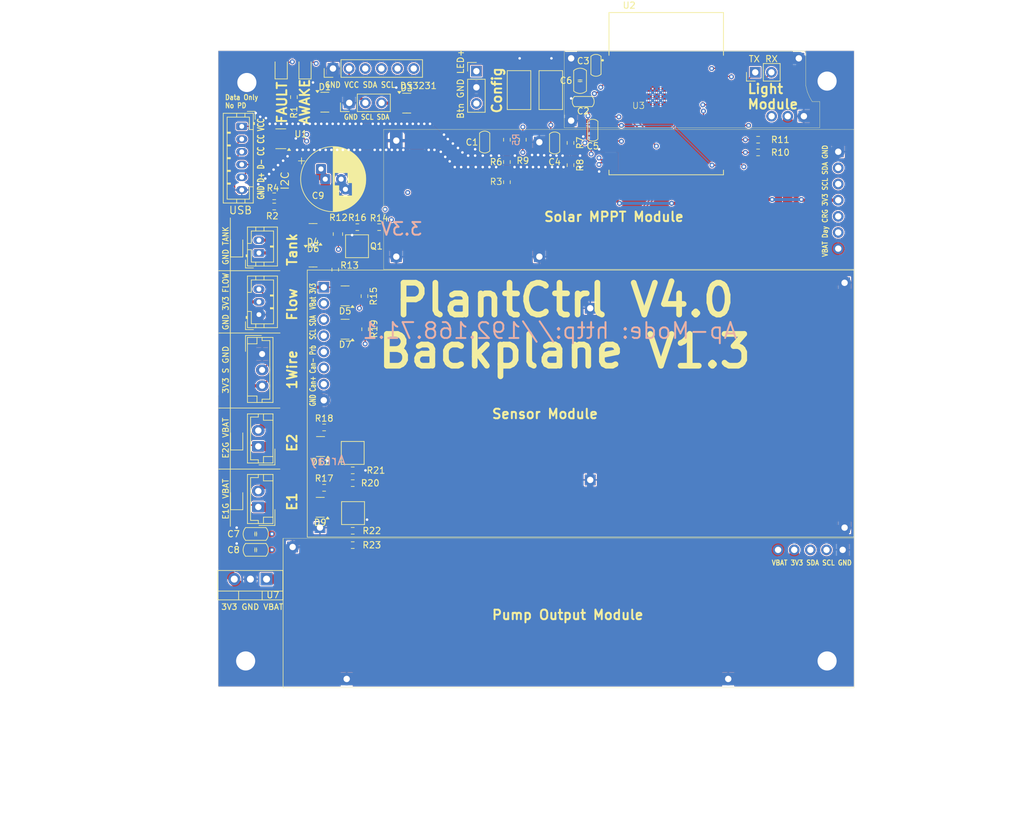
<source format=kicad_pcb>
(kicad_pcb
	(version 20241229)
	(generator "pcbnew")
	(generator_version "9.0")
	(general
		(thickness 1.6)
		(legacy_teardrops no)
	)
	(paper "A4")
	(layers
		(0 "F.Cu" signal)
		(4 "In1.Cu" signal)
		(6 "In2.Cu" signal)
		(2 "B.Cu" signal)
		(9 "F.Adhes" user "F.Adhesive")
		(11 "B.Adhes" user "B.Adhesive")
		(13 "F.Paste" user)
		(15 "B.Paste" user)
		(5 "F.SilkS" user "F.Silkscreen")
		(7 "B.SilkS" user "B.Silkscreen")
		(1 "F.Mask" user)
		(3 "B.Mask" user)
		(17 "Dwgs.User" user "User.Drawings")
		(19 "Cmts.User" user "User.Comments")
		(21 "Eco1.User" user "User.Eco1")
		(23 "Eco2.User" user "User.Eco2")
		(25 "Edge.Cuts" user)
		(27 "Margin" user)
		(31 "F.CrtYd" user "F.Courtyard")
		(29 "B.CrtYd" user "B.Courtyard")
		(35 "F.Fab" user)
		(33 "B.Fab" user)
	)
	(setup
		(stackup
			(layer "F.SilkS"
				(type "Top Silk Screen")
			)
			(layer "F.Paste"
				(type "Top Solder Paste")
			)
			(layer "F.Mask"
				(type "Top Solder Mask")
				(thickness 0.01)
			)
			(layer "F.Cu"
				(type "copper")
				(thickness 0.035)
			)
			(layer "dielectric 1"
				(type "prepreg")
				(thickness 0.1)
				(material "FR4")
				(epsilon_r 4.5)
				(loss_tangent 0.02)
			)
			(layer "In1.Cu"
				(type "copper")
				(thickness 0.035)
			)
			(layer "dielectric 2"
				(type "core")
				(thickness 1.24)
				(material "FR4")
				(epsilon_r 4.5)
				(loss_tangent 0.02)
			)
			(layer "In2.Cu"
				(type "copper")
				(thickness 0.035)
			)
			(layer "dielectric 3"
				(type "prepreg")
				(thickness 0.1)
				(material "FR4")
				(epsilon_r 4.5)
				(loss_tangent 0.02)
			)
			(layer "B.Cu"
				(type "copper")
				(thickness 0.035)
			)
			(layer "B.Mask"
				(type "Bottom Solder Mask")
				(thickness 0.01)
			)
			(layer "B.Paste"
				(type "Bottom Solder Paste")
			)
			(layer "B.SilkS"
				(type "Bottom Silk Screen")
			)
			(copper_finish "HAL lead-free")
			(dielectric_constraints no)
		)
		(pad_to_mask_clearance 0.05)
		(allow_soldermask_bridges_in_footprints no)
		(tenting front back)
		(aux_axis_origin 68.58 26.67)
		(grid_origin 68.58 26.67)
		(pcbplotparams
			(layerselection 0x00000000_00000000_5555555f_ffffffff)
			(plot_on_all_layers_selection 0x00000000_00000000_00000000_00000000)
			(disableapertmacros no)
			(usegerberextensions no)
			(usegerberattributes no)
			(usegerberadvancedattributes no)
			(creategerberjobfile no)
			(dashed_line_dash_ratio 12.000000)
			(dashed_line_gap_ratio 3.000000)
			(svgprecision 4)
			(plotframeref no)
			(mode 1)
			(useauxorigin no)
			(hpglpennumber 1)
			(hpglpenspeed 20)
			(hpglpendiameter 15.000000)
			(pdf_front_fp_property_popups yes)
			(pdf_back_fp_property_popups yes)
			(pdf_metadata yes)
			(pdf_single_document no)
			(dxfpolygonmode yes)
			(dxfimperialunits yes)
			(dxfusepcbnewfont yes)
			(psnegative no)
			(psa4output no)
			(plot_black_and_white yes)
			(sketchpadsonfab no)
			(plotpadnumbers no)
			(hidednponfab no)
			(sketchdnponfab yes)
			(crossoutdnponfab yes)
			(subtractmaskfromsilk no)
			(outputformat 1)
			(mirror no)
			(drillshape 0)
			(scaleselection 1)
			(outputdirectory "gerber/")
		)
	)
	(net 0 "")
	(net 1 "EN")
	(net 2 "VBAT")
	(net 3 "3_3V")
	(net 4 "Temp")
	(net 5 "CAN-")
	(net 6 "TANK_SENSOR")
	(net 7 "Charge")
	(net 8 "Net-(Q1-G)")
	(net 9 "ESP_RX")
	(net 10 "ESP_TX")
	(net 11 "Net-(Boot1-Pad2)")
	(net 12 "SDA")
	(net 13 "SCL")
	(net 14 "Net-(CD1-A)")
	(net 15 "Net-(D2-K)")
	(net 16 "CD_Probe")
	(net 17 "IsDay")
	(net 18 "LED_ENABLE")
	(net 19 "WORKING")
	(net 20 "ENABLE_TANK")
	(net 21 "USB_D-")
	(net 22 "FLOW")
	(net 23 "USB_D+")
	(net 24 "BOOT_SEL")
	(net 25 "WARN_LED")
	(net 26 "SQW")
	(net 27 "32K")
	(net 28 "USB_BUS")
	(net 29 "Net-(R3-Pad1)")
	(net 30 "unconnected-(U1-I{slash}O2-Pad4)")
	(net 31 "unconnected-(U1-I{slash}O1-Pad6)")
	(net 32 "Net-(J4-Pin_1)")
	(net 33 "Net-(D8-K)")
	(net 34 "Net-(D8-A)")
	(net 35 "Net-(D10-K)")
	(net 36 "Net-(D10-A)")
	(net 37 "Net-(J2-Pin_3)")
	(net 38 "Net-(Q2-G)")
	(net 39 "Net-(J2-Pin_2)")
	(net 40 "unconnected-(U2-IO8-Pad10)")
	(net 41 "CAN+")
	(net 42 "unconnected-(U2-NC-Pad22)")
	(net 43 "Net-(Q3-G)")
	(net 44 "EXTRA_1")
	(net 45 "EXTRA_2")
	(net 46 "Net-(CD2-K)")
	(net 47 "CONFIG2")
	(net 48 "GND")
	(footprint "Package_TO_SOT_SMD:SOT-23" (layer "F.Cu") (at 185.7675 101.92 180))
	(footprint "MPPT:MPPT" (layer "F.Cu") (at 232.68 48.3075))
	(footprint "Button_Switch_SMD:SW_SPST_CK_RS282G05A3" (layer "F.Cu") (at 221.98 45.87 -90))
	(footprint "PumpOut:PumpModule" (layer "F.Cu") (at 219.88 111.47))
	(footprint "Connector_JST:JST_EH_B2B-EH-A_1x02_P2.50mm_Vertical" (layer "F.Cu") (at 175.98 111.42 90))
	(footprint "PCM_Capacitor_SMD_Handsoldering_AKL:C_0805_2012Metric_Pad1.18x1.45mm" (layer "F.Cu") (at 175.58 115.67 180))
	(footprint "PCM_Capacitor_SMD_Handsoldering_AKL:C_0603_1608Metric_Pad1.08x0.95mm" (layer "F.Cu") (at 229.08 41.97 -90))
	(footprint "Resistor_SMD:R_0603_1608Metric" (layer "F.Cu") (at 254.58 53.67 180))
	(footprint "PCM_Capacitor_SMD_Handsoldering_AKL:C_0603_1608Metric_Pad1.08x0.95mm" (layer "F.Cu") (at 227.08 47.67))
	(footprint "Button_Switch_SMD:SW_SPST_CK_RS282G05A3" (layer "F.Cu") (at 216.98 45.87 -90))
	(footprint "Resistor_SMD:R_0603_1608Metric" (layer "F.Cu") (at 225.08 54.17 90))
	(footprint "Connector_JST:JST_PH_B3B-PH-K_1x03_P2.00mm_Vertical" (layer "F.Cu") (at 176.08 81.17 90))
	(footprint "Connector_JST:JST_EH_B3B-EH-A_1x03_P2.50mm_Vertical" (layer "F.Cu") (at 176.58 87.37 -90))
	(footprint "Resistor_SMD:R_0603_1608Metric" (layer "F.Cu") (at 191.555 67.42 180))
	(footprint "Resistor_SMD:R_0603_1608Metric" (layer "F.Cu") (at 190.83 115.17))
	(footprint "Package_TO_SOT_SMD:SOT-23" (layer "F.Cu") (at 189.63 78.22 180))
	(footprint "LED_SMD:LED_0805_2012Metric" (layer "F.Cu") (at 179.58 42.42 90))
	(footprint "Package_TO_SOT_SMD:SOT-23" (layer "F.Cu") (at 184.5925 68.42 180))
	(footprint "Resistor_SMD:R_0603_1608Metric" (layer "F.Cu") (at 217.58 53.67 -90))
	(footprint "Connector_PinHeader_2.54mm:PinHeader_1x06_P2.54mm_Vertical" (layer "F.Cu") (at 187.72 42.47 90))
	(footprint "LED_SMD:LED_0805_2012Metric" (layer "F.Cu") (at 172.58 110.17 90))
	(footprint "Resistor_SMD:R_0603_1608Metric" (layer "F.Cu") (at 178.48 64.17))
	(footprint "Package_TO_SOT_SMD:SOT-23-6" (layer "F.Cu") (at 179.5175 53.52 180))
	(footprint "Package_TO_SOT_SMD:SOT-23" (layer "F.Cu") (at 189.63 83.47 180))
	(footprint "PCM_Capacitor_SMD_Handsoldering_AKL:C_0805_2012Metric_Pad1.18x1.45mm" (layer "F.Cu") (at 175.58 118.17 180))
	(footprint "Resistor_SMD:R_0603_1608Metric" (layer "F.Cu") (at 215.08 60.345 -90))
	(footprint "Resistor_SMD:R_0603_1608Metric" (layer "F.Cu") (at 194.98 67.42))
	(footprint "PCM_Capacitor_SMD_Handsoldering_AKL:C_0603_1608Metric_Pad1.08x0.95mm" (layer "F.Cu") (at 211.58 54.0325 90))
	(footprint "Package_TO_SOT_SMD:SOT-23" (layer "F.Cu") (at 199.3175 47.92))
	(footprint "Capacitor_THT:CP_Radial_D10.0mm_P2.50mm_P5.00mm"
		(layer "F.Cu")
		(uuid "5788df9f-c91a-4f2f-8dbd-50d2ee8e1389")
		(at 186.509063 59.87)
		(descr "CP, Radial series, Radial, pin pitch=2.50mm 5.00mm, diameter=10mm, height=12mm, Electrolytic Capacitor")
		(tags "CP Radial series Radial pin pitch 2.50mm 5.00mm diameter 10mm height 12mm Electrolytic Capacitor")
		(property "Reference" "C9"
			(at -1.129063 2.6 0)
			(layer "F.SilkS")
			(uuid "d80d09d5-31e8-424b-86b6-1d42df47e3dd")
			(effects
				(font
					(size 1 1)
					(thickness 0.15)
				)
			)
		)
		(property "Value" "1000uF"
			(at 1.25 6.25 0)
			(layer "F.Fab")
			(uuid "70a175ba-ec71-450b-9a5a-91d206b8d5a6")
			(effects
				(font
					(size 1 1)
					(thickness 0.15)
				)
			)
		)
		(property "Datasheet" "~"
			(at 0 0 0)
			(layer "F.Fab")
			(hide yes)
			(uuid "abdac494-626e-4c59-bcd1-6423def8dddf")
			(effects
				(font
					(size 1.27 1.27)
					(thickness 0.15)
				)
			)
		)
		(property "Description" "Polarized capacitor"
			(at 0 0 0)
			(layer "F.Fab")
			(hide yes)
			(uuid "2403c29e-250c-4bf0-ac75-9a7df71bf331")
			(effects
				(font
					(size 1.27 1.27)
					(thickness 0.15)
				)
			)
		)
		(property ki_fp_filters "CP_*")
		(path "/51332e26-7a0c-48f2-9dc3-7987b9affed0")
		(sheetname "/")
		(sheetfile "PlantCtrlESP32.kicad_sch")
		(attr through_hole)
		(fp_line
			(start -4.229646 -2.875)
			(end -3.229646 -2.875)
			(stroke
				(width 0.12)
				(type solid)
			)
			(layer "F.SilkS")
			(uuid "89904ee2-4d83-4e54-a3c8-c26ee98bf1f9")
		)
		(fp_line
			(start -3.729646 -3.375)
			(end -3.729646 -2.375)
			(stroke
				(width 0.12)
				(type solid)
			)
			(layer "F.SilkS")
			(uuid "1b569b13-eee5-4a34-b784-7e05ed56ccd4")
		)
		(fp_line
			(start 1.25 -5.08)
			(end 1.25 5.08)
			(stroke
				(width 0.12)
				(type solid)
			)
			(layer "F.SilkS")
			(uuid "05314426-9e91-40ef-aa21-896d65621bd7")
		)
		(fp_line
			(start 1.29 -5.08)
			(end 1.29 5.08)
			(stroke
				(width 0.12)
				(type solid)
			)
			(layer "F.SilkS")
			(uuid "0490155d-3a81-4e7a-a412-017cb9c7094d")
		)
		(fp_line
			(start 1.33 -5.079)
			(end 1.33 5.079)
			(stroke
				(width 0.12)
				(type solid)
			)
			(layer "F.SilkS")
			(uuid "f3367b71-175b-4675-b5c8-0006ad21e2ce")
		)
		(fp_line
			(start 1.37 -5.079)
			(end 1.37 5.079)
			(stroke
				(width 0.12)
				(type solid)
			)
			(layer "F.SilkS")
			(uuid "15388988-bb8c-4a7d-9a27-5e345d075b23")
		)
		(fp_line
			(start 1.41 -5.077)
			(end 1.41 5.077)
			(stroke
				(width 0.12)
				(type solid)
			)
			(layer "F.SilkS")
			(uuid "25fdd878-44c9-413c-8a14-d6bac1aa6c20")
		)
		(fp_line
			(start 1.45 -5.076)
			(end 1.45 5.076)
			(stroke
				(width 0.12)
				(type solid)
			)
			(layer "F.SilkS")
			(uuid "552b9aeb-ca3d-4c06-b359-5e628beadabc")
		)
		(fp_line
			(start 1.49 -5.074)
			(end 1.49 -1.04)
			(stroke
				(width 0.12)
				(type solid)
			)
			(layer "F.SilkS")
			(uuid "deb56c4a-1ecd-4019-a002-594f08ebd1d9")
		)
		(fp_line
			(start 1.49 1.04)
			(end 1.49 5.074)
			(stroke
				(width 0.12)
				(type solid)
			)
			(layer "F.SilkS")
			(uuid "ab811579-af15-4cd2-9f25-60a2d0a317ff")
		)
		(fp_line
			(start 1.53 -5.072)
			(end 1.53 -1.04)
			(stroke
				(width 0.12)
				(type solid)
			)
			(layer "F.SilkS")
			(uuid "0f8d9563-d363-4328-a036-d2312e3181c6")
		)
		(fp_line
			(start 1.53 1.04)
			(end 1.53 5.072)
			(stroke
				(width 0.12)
				(type solid)
			)
			(layer "F.SilkS")
			(uuid "f2f689c2-9cc7-46b9-8083-4eaa322fc907")
		)
		(fp_line
			(start 1.57 -5.07)
			(end 1.57 -1.04)
			(stroke
				(width 0.12)
				(type solid)
			)
			(layer "F.SilkS")
			(uuid "71dccc16-d431-47ad-820c-5a62cf3d0c41")
		)
		(fp_line
			(start 1.57 1.04)
			(end 1.57 5.07)
			(stroke
				(width 0.12)
				(type solid)
			)
			(layer "F.SilkS")
			(uuid "b03a05ae-260b-4033-8632-d5549ee4dbe7")
		)
		(fp_line
			(start 1.61 -5.067)
			(end 1.61 -1.04)
			(stroke
				(width 0.12)
				(type solid)
			)
			(layer "F.SilkS")
			(uuid "ef879969-314c-4c7e-9574-0fad767d4d31")
		)
		(fp_line
			(start 1.61 1.04)
			(end 1.61 5.067)
			(stroke
				(width 0.12)
				(type solid)
			)
			(layer "F.SilkS")
			(uuid "9280b2ee-f2f6-4b45-bc8c-6f08c8ba3528")
		)
		(fp_line
			(start 1.65 -5.064)
			(end 1.65 -1.04)
			(stroke
				(width 0.12)
				(type solid)
			)
			(layer "F.SilkS")
			(uuid "76acfc1c-8fe5-4392-975c-70b4f4164a63")
		)
		(fp_line
			(start 1.65 1.04)
			(end 1.65 5.064)
			(stroke
				(width 0.12)
				(type solid)
			)
			(layer "F.SilkS")
			(uuid "589d9ac1-1773-493c-9ae1-7bc72cf91001")
		)
		(fp_line
			(start 1.69 -5.061)
			(end 1.69 -1.04)
			(stroke
				(width 0.12)
				(type solid)
			)
			(layer "F.SilkS")
			(uuid "6f43440a-25f2-46f7-a6ce-6a19ee97afd2")
		)
		(fp_line
			(start 1.69 1.04)
			(end 1.69 5.061)
			(stroke
				(width 0.12)
				(type solid)
			)
			(layer "F.SilkS")
			(uuid "4c22828d-6172-47bc-a2c6-1a63105667ed")
		)
		(fp_line
			(start 1.73 -5.057)
			(end 1.73 -1.04)
			(stroke
				(width 0.12)
				(type solid)
			)
			(layer "F.SilkS")
			(uuid "73b97273-51d2-46e0-bd6b-f9d6fa3bf7a4")
		)
		(fp_line
			(start 1.73 1.04)
			(end 1.73 5.057)
			(stroke
				(width 0.12)
				(type solid)
			)
			(layer "F.SilkS")
			(uuid "517bddd7-e407-4ed8-95c1-67242233ffec")
		)
		(fp_line
			(start 1.77 -5.054)
			(end 1.77 -1.04)
			(stroke
				(width 0.12)
				(type solid)
			)
			(layer "F.SilkS")
			(uuid "2c714d55-eea2-4fb2-9d1e-60fb8f24a6c4")
		)
		(fp_line
			(start 1.77 1.04)
			(end 1.77 5.054)
			(stroke
				(width 0.12)
				(type solid)
			)
			(layer "F.SilkS")
			(uuid "c6272eab-de29-4e84-bd4a-b33ba44be5da")
		)
		(fp_line
			(start 1.81 -5.049)
			(end 1.81 -1.04)
			(stroke
				(width 0.12)
				(type solid)
			)
			(layer "F.SilkS")
			(uuid "27e08f13-7a08-4866-a2a4-4d244276df34")
		)
		(fp_line
			(start 1.81 1.04)
			(end 1.81 5.049)
			(stroke
				(width 0.12)
				(type solid)
			)
			(layer "F.SilkS")
			(uuid "3dd14f20-0cbe-456a-a52b-f4d759537a98")
		)
		(fp_line
			(start 1.85 -5.045)
			(end 1.85 -1.04)
			(stroke
				(width 0.12)
				(type solid)
			)
			(layer "F.SilkS")
			(uuid "4554e845-7861-4d44-9b4e-65f744eb9ed4")
		)
		(fp_line
			(start 1.85 1.04)
			(end 1.85 5.045)
			(stroke
				(width 0.12)
				(type solid)
			)
			(layer "F.SilkS")
			(uuid "a9838921-2a07-4d39-9523-373f9895fe02")
		)
		(fp_line
			(start 1.89 -5.04)
			(end 1.89 -1.04)
			(stroke
				(width 0.12)
				(type solid)
			)
			(layer "F.SilkS")
			(uuid "9dd7c8f8-a793-4526-afe2-f7a750e4c50f")
		)
		(fp_line
			(start 1.89 1.04)
			(end 1.89 5.04)
			(stroke
				(width 0.12)
				(type solid)
			)
			(layer "F.SilkS")
			(uuid "2c511a83-25fd-4f6c-95f9-6e26f059e857")
		)
		(fp_line
			(start 1.93 -5.035)
			(end 1.93 -1.04)
			(stroke
				(width 0.12)
				(type solid)
			)
			(layer "F.SilkS")
			(uuid "2252ebe1-2f4d-4ea6-812e-0371f7e16ba8")
		)
		(fp_line
			(start 1.93 1.04)
			(end 1.93 5.035)
			(stroke
				(width 0.12)
				(type solid)
			)
			(layer "F.SilkS")
			(uuid "80c2c4e6-20d7-4ab9-8120-61e5c409e7c8")
		)
		(fp_line
			(start 1.97 -5.029)
			(end 1.97 -1.04)
			(stroke
				(width 0.12)
				(type solid)
			)
			(layer "F.SilkS")
			(uuid "5d92da4a-3dfb-4866-89d4-9a811f0148d4")
		)
		(fp_line
			(start 1.97 1.04)
			(end 1.97 5.029)
			(stroke
				(width 0.12)
				(type solid)
			)
			(layer "F.SilkS")
			(uuid "5b821102-a4ea-4b1a-91cb-58e3646ba081")
		)
		(fp_line
			(start 2.01 -5.023)
			(end 2.01 -1.04)
			(stroke
				(width 0.12)
				(type solid)
			)
			(layer "F.SilkS")
			(uuid "39e18b03-c8f8-4fc1-a958-546937b8e4ee")
		)
		(fp_line
			(start 2.01 1.04)
			(end 2.01 5.023)
			(stroke
				(width 0.12)
				(type solid)
			)
			(layer "F.SilkS")
			(uuid "35810396-506e-4501-a98d-184f71176d4e")
		)
		(fp_line
			(start 2.05 -5.017)
			(end 2.05 -1.04)
			(stroke
				(width 0.12)
				(type solid)
			)
			(layer "F.SilkS")
			(uuid "4f359438-eac5-4b07-bbf8-57711e85cd0c")
		)
		(fp_line
			(start 2.05 1.04)
			(end 2.05 5.017)
			(stroke
				(width 0.12)
				(type solid)
			)
			(layer "F.SilkS")
			(uuid "72abd212-da13-4800-8329-8320a511405a")
		)
		(fp_line
			(start 2.09 -5.011)
			(end 2.09 -1.04)
			(stroke
				(width 0.12)
				(type solid)
			)
			(layer "F.SilkS")
			(uuid "d298eb84-c624-4af2-9fe4-0f7ff1bea8aa")
		)
		(fp_line
			(start 2.09 1.04)
			(end 2.09 5.011)
			(stroke
				(width 0.12)
				(type solid)
			)
			(layer "F.SilkS")
			(uuid "40a0c069-00d5-4499-a9ab-bf75bfef5d2f")
		)
		(fp_line
			(start 2.13 -5.004)
			(end 2.13 -1.04)
			(stroke
				(width 0.12)
				(type solid)
			)
			(layer "F.SilkS")
			(uuid "5d549631-831f-4ae9-9418-aff0851f2ba8")
		)
		(fp_line
			(start 2.13 1.04)
			(end 2.13 5.004)
			(stroke
				(width 0.12)
				(type solid)
			)
			(layer "F.SilkS")
			(uuid "2e618a78-5abf-480b-8716-82309077233f")
		)
		(fp_line
			(start 2.17 -4.997)
			(end 2.17 -1.04)
			(stroke
				(width 0.12)
				(type solid)
			)
			(layer "F.SilkS")
			(uuid "b39aee31-7a99-4c78-a57a-2984c89dfaf4")
		)
		(fp_line
			(start 2.17 2.64)
			(end 2.17 4.997)
			(stroke
				(width 0.12)
				(type solid)
			)
			(layer "F.SilkS")
			(uuid "112f0feb-0b5f-41c7-b9fb-4fe1b1fe3dd5")
		)
		(fp_line
			(start 2.21 -4.989)
			(end 2.21 -1.04)
			(stroke
				(width 0.12)
				(type solid)
			)
			(layer "F.SilkS")
			(uuid "6298de2c-9bdc-469f-857e-02f590cdebc5")
		)
		(fp_line
			(start 2.21 2.64)
			(end 2.21 4.989)
			(stroke
				(width 0.12)
				(type solid)
			)
			(layer "F.SilkS")
			(uuid "507e49f2-4380-4404-8fba-01f873e4e076")
		)
		(fp_line
			(start 2.25 -4.981)
			(end 2.25 -1.04)
			(stroke
				(width 0.12)
				(type solid)
			)
			(layer "F.SilkS")
			(uuid "e7a6a0bf-bf63-4da7-bc29-49390b32a95d")
		)
		(fp_line
			(start 2.25 2.64)
			(end 2.25 4.981)
			(stroke
				(width 0.12)
				(type solid)
			)
			(layer "F.SilkS")
			(uuid "9d721208-8a97-43a5-9e0a-cd40848c66aa")
		)
		(fp_line
			(start 2.29 -4.973)
			(end 2.29 -1.04)
			(stroke
				(width 0.12)
				(type solid)
			)
			(layer "F.SilkS")
			(uuid "41643ab7-9abd-4048-9c20-94aad8119ef7")
		)
		(fp_line
			(start 2.29 2.64)
			(end 2.29 4.973)
			(stroke
				(width 0.12)
				(type solid)
			)
			(layer "F.SilkS")
			(uuid "cab08392-b14d-4a67-bb2f-0db327788b5c")
		)
		(fp_line
			(start 2.33 -4.965)
			(end 2.33 -1.04)
			(stroke
				(width 0.12)
				(type solid)
			)
			(layer "F.SilkS")
			(uuid "47d9e55a-3530-42db-83f5-2f5249a925af")
		)
		(fp_line
			(start 2.33 2.64)
			(end 2.33 4.965)
			(stroke
				(width 0.12)
				(type solid)
			)
			(layer "F.SilkS")
			(uuid "a92333a6-9897-4bc9-afa1-892b0f96b655")
		)
		(fp_line
			(start 2.37 -4.956)
			(end 2.37 -1.04)
			(stroke
				(width 0.12)
				(type solid)
			)
			(layer "F.SilkS")
			(uuid "294d8166-f794-4b68-a140-e3cdea79cf98")
		)
		(fp_line
			(start 2.37 2.64)
			(end 2.37 4.956)
			(stroke
				(width 0.12)
				(type solid)
			)
			(layer "F.SilkS")
			(uuid "22e5da1d-b747-482a-be47-72dc799a117a")
		)
		(fp_line
			(start 2.41 -4.947)
			(end 2.41 -1.04)
			(stroke
				(width 0.12)
				(type solid)
			)
			(layer "F.SilkS")
			(uuid "eaabfe93-733d-4ee0-b6a6-0472df341632")
		)
		(fp_line
			(start 2.41 2.64)
			(end 2.41 4.947)
			(stroke
				(width 0.12)
				(type solid)
			)
			(layer "F.SilkS")
			(uuid "6d9fd96f-12eb-4fee-bdf6-d5332a987b48")
		)
		(fp_line
			(start 2.45 -4.937)
			(end 2.45 -1.04)
			(stroke
				(width 0.12)
				(type solid)
			)
			(layer "F.SilkS")
			(uuid "f233a33c-1e1f-48e6-8465-a14d108ac0c9")
		)
		(fp_line
			(start 2.45 2.64)
			(end 2.45 4.937)
			(stroke
				(width 0.12)
				(type solid)
			)
			(layer "F.SilkS")
			(uuid "805f571e-c2b5-4268-8804-8f2166042718")
		)
		(fp_line
			(start 2.49 -4.928)
			(end 2.49 -1.04)
			(stroke
				(width 0.12)
				(type solid)
			)
			(layer "F.SilkS")
			(uuid "78a72c45-2f34-4235-b327-3c0b13895294")
		)
		(fp_line
			(start 2.49 2.64)
			(end 2.49 4.928)
			(stroke
				(width 0.12)
				(type solid)
			)
			(layer "F.SilkS")
			(uuid "faa315af-15cf-47be-96c8-84980f0f1532")
		)
		(fp_line
			(start 2.53 -4.917)
			(end 2.53 -1.04)
			(stroke
				(width 0.12)
				(type solid)
			)
			(layer "F.SilkS")
			(uuid "3b1f0637-50d9-44c9-9c89-6578e19d2d8e")
		)
		(fp_line
			(start 2.53 2.64)
			(end 2.53 4.917)
			(stroke
				(width 0.12)
				(type solid)
			)
			(layer "F.SilkS")
			(uuid "a78b053d-ee57-429a-b41b-f7fcee100961")
		)
		(fp_line
			(start 2.57 -4.907)
			(end 2.57 -1.04)
			(stroke
				(width 0.12)
				(type solid)
			)
			(layer "F.SilkS")
			(uuid "816e420c-c886-4f42-a8fd-56dddfb966c4")
		)
		(fp_line
			(start 2.57 2.64)
			(end 2.57 4.907)
			(stroke
				(width 0.12)
				(type solid)
			)
			(layer "F.SilkS")
			(uuid "678f6597-34c5-443c-b68a-0b6c423f8118")
		)
		(fp_line
			(start 2.61 -4.896)
			(end 2.61 -1.04)
			(stroke
				(width 0.12)
				(type solid)
			)
			(layer "F.SilkS")
			(uuid "05ad117d-0aa1-44c1-b953-d72fce029eba")
		)
		(fp_line
			(start 2.61 2.64)
			(end 2.61 4.896)
			(stroke
				(width 0.12)
				(type solid)
			)
			(layer "F.SilkS")
			(uuid "a50a435d-cd51-4fc1-9888-3b07581e64e7")
		)
		(fp_line
			(start 2.65 -4.885)
			(end 2.65 -1.04)
			(stroke
				(width 0.12)
				(type solid)
			)
			(layer "F.SilkS")
			(uuid "7d8a9589-9557-460e-b563-c9aece3449d9")
		)
		(fp_line
			(start 2.65 2.64)
			(end 2.65 4.885)
			(stroke
				(width 0.12)
				(type solid)
			)
			(layer "F.SilkS")
			(uuid "fa9876f8-b16a-490e-bed1-9846e02d44b8")
		)
		(fp_line
			(start 2.69 -4.873)
			(end 2.69 -1.04)
			(stroke
				(width 0.12)
				(type solid)
			)
			(layer "F.SilkS")
			(uuid "0d84bddb-5b77-4883-bd25-667ebd39165c")
		)
		(fp_line
			(start 2.69 2.64)
			(end 2.69 4.873)
			(stroke
				(width 0.12)
				(type solid)
			)
			(layer "F.SilkS")
			(uuid "b3b42bf2-db6e-4b9a-b96a-ff939a176c63")
		)
		(fp_line
			(start 2.73 -4.861)
			(end 2.73 -1.04)
			(stroke
				(width 0.12)
				(type solid)
			)
			(layer "F.SilkS")
			(uuid "6df35d94-1a8c-4c33-8a65-688c3d70f0a8")
		)
		(fp_line
			(start 2.73 2.64)
			(end 2.73 4.861)
			(stroke
				(width 0.12)
				(type solid)
			)
			(layer "F.SilkS")
			(uuid "0be7c9a5-6190-4da4-a746-1eccd57eae1a")
		)
		(fp_line
			(start 2.77 -4.849)
			(end 2.77 -1.04)
			(stroke
				(width 0.12)
				(type solid)
			)
			(layer "F.SilkS")
			(uuid "eb1abcd0-001f-45d2-bb3a-48b1f369b907")
		)
		(fp_line
			(start 2.77 2.64)
			(end 2.77 4.849)
			(stroke
				(width 0.12)
				(type solid)
			)
			(layer "F.SilkS")
			(uuid "dc764f9b-72ac-41a3-8520-c4947235e55e")
		)
		(fp_line
			(start 2.81 -4.837)
			(end 2.81 -1.04)
			(stroke
				(width 0.12)
				(type solid)
			)
			(layer "F.SilkS")
			(uuid "118ef775-477f-477a-88ca-f183c9d43586")
		)
		(fp_line
			(start 2.81 2.64)
			(end 2.81 4.837)
			(stroke
				(width 0.12)
				(type solid)
			)
			(layer "F.SilkS")
			(uuid "e4090a11-c947-438b-93a8-333a2697ac1e")
		)
		(fp_line
			(start 2.85 -4.824)
			(end 2.85 -1.04)
			(stroke
				(width 0.12)
				(type solid)
			)
			(layer "F.SilkS")
			(uuid "b481185d-9000-4319-8017-3aad2c8f7973")
		)
		(fp_line
			(start 2.85 2.64)
			(end 2.85 4.824)
			(stroke
				(width 0.12)
				(type solid)
			)
			(layer "F.SilkS")
			(uuid "7c186dd8-d376-4376-a0bd-d9698280bf99")
		)
		(fp_line
			(start 2.89 -4.81)
			(end 2.89 -1.04)
			(stroke
				(width 0.12)
				(type solid)
			)
			(layer "F.SilkS")
			(uuid "c95af495-b3fa-4246-acc3-5445b3219745")
		)
		(fp_line
			(start 2.89 2.64)
			(end 2.89 4.81)
			(stroke
				(width 0.12)
				(type solid)
			)
			(layer "F.SilkS")
			(uuid "9f79d245-f1b9-49c7-b4eb-a365f2d7bdc2")
		)
		(fp_line
			(start 2.93 -4.797)
			(end 2.93 -1.04)
			(stroke
				(width 0.12)
				(type solid)
			)
			(layer "F.SilkS")
			(uuid "1a97f6db-c20c-4a30-aba5-a51d39220750")
		)
		(fp_line
			(start 2.93 2.64)
			(end 2.93 4.797)
			(stroke
				(width 0.12)
				(type solid)
			)
			(layer "F.SilkS")
			(uuid "c4f8ff46-7cc5-49a8-b16b-1ff8eb5fc6b0")
		)
		(fp_line
			(start 2.97 -4.782)
			(end 2.97 -1.04)
			(stroke
				(width 0.12)
				(type solid)
			)
			(layer "F.SilkS")
			(uuid "7d86a883-cf02-46ca-8742-c3dff0a5dbe8")
		)
		(fp_line
			(start 2.97 2.64)
			(end 2.97 4.782)
			(stroke
				(width 0.12)
				(type solid)
			)
			(layer "F.SilkS")
			(uuid "47c70d12-32ec-4b7a-adac-1f07b8959057")
		)
		(fp_line
			(start 3.01 -4.768)
			(end 3.01 -1.04)
			(stroke
				(width 0.12)
				(type solid)
			)
			(layer "F.SilkS")
			(uuid "79d832a9-f3dc-41b7-b239-251233a0de9b")
		)
		(fp_line
			(start 3.01 2.64)
			(end 3.01 4.768)
			(stroke
				(width 0.12)
				(type solid)
			)
			(layer "F.SilkS")
			(uuid "be8aab38-19cc-4344-8ec0-bf4117bb8074")
		)
		(fp_line
			(start 3.05 -4.753)
			(end 3.05 -1.04)
			(stroke
				(width 0.12)
				(type solid)
			)
			(layer "F.SilkS")
			(uuid "af8f5770-c223-4e98-a24a-a193f769f653")
		)
		(fp_line
			(start 3.05 2.64)
			(end 3.05 4.753)
			(stroke
				(width 0.12)
				(type solid)
			)
			(layer "F.SilkS")
			(uuid "f909d8a1-0466-4c59-9191-75fd35c437d2")
		)
		(fp_line
			(start 3.09 -4.738)
			(end 3.09 -1.04)
			(stroke
				(width 0.12)
				(type solid)
			)
			(layer "F.SilkS")
			(uuid "ae
... [4178939 chars truncated]
</source>
